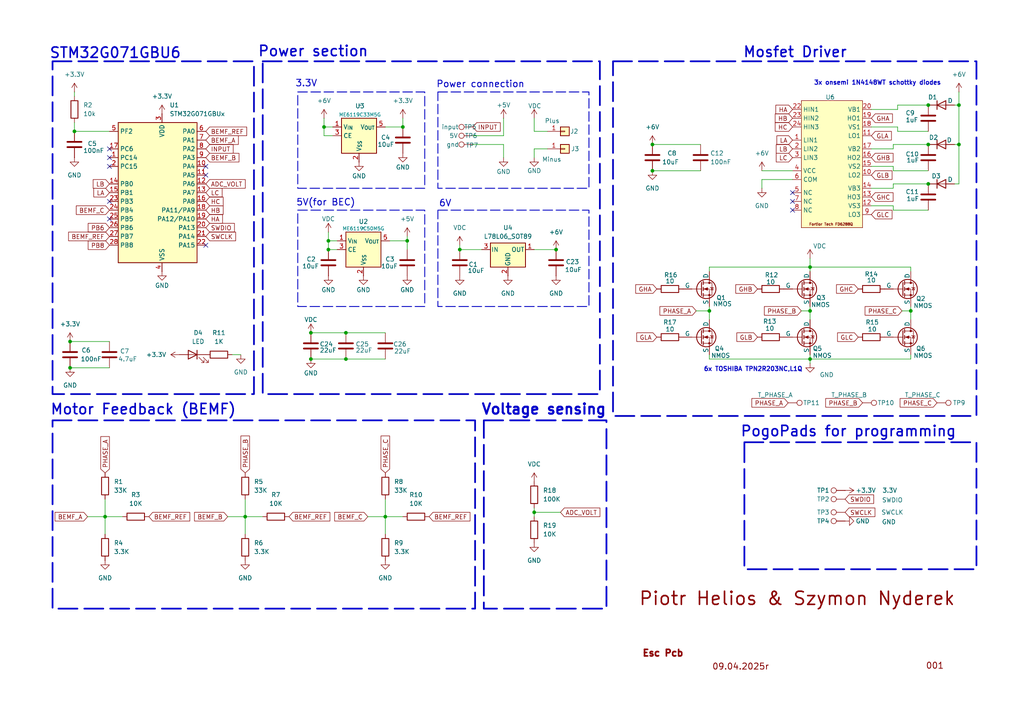
<source format=kicad_sch>
(kicad_sch (version 20231120) (generator "eeschema") (generator_version "8.0")
  (paper "A4")
  (junction (at 269.24 41.91))
  (junction (at 154.94 148.59))
  (junction (at 269.24 53.34))
  (junction (at 71.12 149.86))
  (junction (at 95.25 69.85))
  (junction (at 234.95 90.17))
  (junction (at 269.24 30.48))
  (junction (at 21.59 38.1))
  (junction (at 278.13 30.48))
  (junction (at 264.16 90.17))
  (junction (at 189.23 41.91))
  (junction (at 118.11 69.85))
  (junction (at 133.35 72.39))
  (junction (at 20.32 106.68))
  (junction (at 111.76 149.86))
  (junction (at 116.84 36.83))
  (junction (at 90.17 104.14))
  (junction (at 234.95 77.47))
  (junction (at 189.23 49.53))
  (junction (at 278.13 41.91))
  (junction (at 20.32 99.06))
  (junction (at 100.33 96.52))
  (junction (at 100.33 104.14))
  (junction (at 161.29 72.39))
  (junction (at 234.95 104.14))
  (junction (at 30.48 149.86))
  (junction (at 95.25 72.39))
  (junction (at 205.74 90.17))
  (junction (at 90.17 96.52))
  (junction (at 93.98 36.83))
  (no_connect (at 31.75 45.72))
  (no_connect (at 59.69 48.26))
  (no_connect (at 229.87 58.42))
  (no_connect (at 59.69 71.12))
  (no_connect (at 229.87 55.88))
  (no_connect (at 31.75 58.42))
  (no_connect (at 31.75 43.18))
  (no_connect (at 31.75 48.26))
  (no_connect (at 31.75 63.5))
  (no_connect (at 229.87 60.96))
  (no_connect (at 59.69 50.8))
  (wire (pts (xy 30.48 149.86) (xy 35.56 149.86)))
  (wire (pts (xy 106.68 149.86) (xy 111.76 149.86)))
  (wire (pts (xy 205.74 88.9) (xy 205.74 90.17)))
  (wire (pts (xy 259.08 41.91) (xy 259.08 43.18)))
  (wire (pts (xy 21.59 38.1) (xy 31.75 38.1)))
  (wire (pts (xy 234.95 88.9) (xy 234.95 90.17)))
  (wire (pts (xy 137.16 39.37) (xy 146.05 39.37)))
  (wire (pts (xy 276.86 53.34) (xy 278.13 53.34)))
  (wire (pts (xy 220.98 52.07) (xy 220.98 54.61)))
  (wire (pts (xy 232.41 90.17) (xy 234.95 90.17)))
  (wire (pts (xy 118.11 69.85) (xy 118.11 68.58)))
  (wire (pts (xy 260.35 30.48) (xy 260.35 31.75)))
  (wire (pts (xy 146.05 39.37) (xy 146.05 34.29)))
  (wire (pts (xy 205.74 104.14) (xy 234.95 104.14)))
  (wire (pts (xy 205.74 90.17) (xy 205.74 92.71)))
  (wire (pts (xy 276.86 30.48) (xy 278.13 30.48)))
  (wire (pts (xy 234.95 77.47) (xy 205.74 77.47)))
  (wire (pts (xy 154.94 38.1) (xy 158.75 38.1)))
  (wire (pts (xy 205.74 104.14) (xy 205.74 102.87)))
  (wire (pts (xy 201.93 90.17) (xy 205.74 90.17)))
  (wire (pts (xy 234.95 77.47) (xy 234.95 78.74)))
  (wire (pts (xy 116.84 36.83) (xy 116.84 34.29)))
  (wire (pts (xy 93.98 34.29) (xy 93.98 36.83)))
  (wire (pts (xy 90.17 104.14) (xy 100.33 104.14)))
  (wire (pts (xy 133.35 72.39) (xy 139.7 72.39)))
  (wire (pts (xy 260.35 36.83) (xy 260.35 38.1)))
  (wire (pts (xy 118.11 72.39) (xy 118.11 69.85)))
  (wire (pts (xy 146.05 41.91) (xy 146.05 45.72)))
  (wire (pts (xy 100.33 96.52) (xy 111.76 96.52)))
  (wire (pts (xy 154.94 148.59) (xy 154.94 149.86)))
  (wire (pts (xy 30.48 144.78) (xy 30.48 149.86)))
  (wire (pts (xy 154.94 45.72) (xy 154.94 43.18)))
  (wire (pts (xy 97.79 72.39) (xy 95.25 72.39)))
  (wire (pts (xy 25.4 149.86) (xy 30.48 149.86)))
  (wire (pts (xy 100.33 104.14) (xy 111.76 104.14)))
  (wire (pts (xy 21.59 35.56) (xy 21.59 38.1)))
  (wire (pts (xy 259.08 53.34) (xy 259.08 54.61)))
  (wire (pts (xy 154.94 72.39) (xy 161.29 72.39)))
  (wire (pts (xy 93.98 39.37) (xy 93.98 36.83)))
  (wire (pts (xy 252.73 36.83) (xy 260.35 36.83)))
  (wire (pts (xy 234.95 104.14) (xy 234.95 105.41)))
  (wire (pts (xy 278.13 53.34) (xy 278.13 41.91)))
  (wire (pts (xy 259.08 59.69) (xy 259.08 60.96)))
  (wire (pts (xy 264.16 77.47) (xy 264.16 78.74)))
  (wire (pts (xy 205.74 77.47) (xy 205.74 78.74)))
  (wire (pts (xy 96.52 39.37) (xy 93.98 39.37)))
  (wire (pts (xy 264.16 104.14) (xy 234.95 104.14)))
  (wire (pts (xy 260.35 30.48) (xy 269.24 30.48)))
  (wire (pts (xy 264.16 102.87) (xy 264.16 104.14)))
  (wire (pts (xy 276.86 41.91) (xy 278.13 41.91)))
  (wire (pts (xy 278.13 41.91) (xy 278.13 30.48)))
  (wire (pts (xy 154.94 148.59) (xy 162.56 148.59)))
  (wire (pts (xy 252.73 43.18) (xy 259.08 43.18)))
  (wire (pts (xy 229.87 49.53) (xy 220.98 49.53)))
  (wire (pts (xy 189.23 41.91) (xy 203.2 41.91)))
  (wire (pts (xy 20.32 99.06) (xy 31.75 99.06)))
  (wire (pts (xy 154.94 43.18) (xy 158.75 43.18)))
  (wire (pts (xy 20.32 106.68) (xy 31.75 106.68)))
  (wire (pts (xy 252.73 48.26) (xy 259.08 48.26)))
  (wire (pts (xy 278.13 30.48) (xy 278.13 26.67)))
  (wire (pts (xy 154.94 147.32) (xy 154.94 148.59)))
  (wire (pts (xy 97.79 69.85) (xy 95.25 69.85)))
  (wire (pts (xy 264.16 88.9) (xy 264.16 90.17)))
  (wire (pts (xy 113.03 69.85) (xy 118.11 69.85)))
  (wire (pts (xy 189.23 49.53) (xy 203.2 49.53)))
  (wire (pts (xy 260.35 38.1) (xy 269.24 38.1)))
  (wire (pts (xy 260.35 31.75) (xy 252.73 31.75)))
  (wire (pts (xy 259.08 49.53) (xy 269.24 49.53)))
  (wire (pts (xy 264.16 90.17) (xy 264.16 92.71)))
  (wire (pts (xy 30.48 149.86) (xy 30.48 154.94)))
  (wire (pts (xy 259.08 53.34) (xy 269.24 53.34)))
  (wire (pts (xy 71.12 149.86) (xy 71.12 154.94)))
  (wire (pts (xy 261.62 90.17) (xy 264.16 90.17)))
  (wire (pts (xy 111.76 149.86) (xy 116.84 149.86)))
  (wire (pts (xy 234.95 102.87) (xy 234.95 104.14)))
  (wire (pts (xy 71.12 149.86) (xy 76.2 149.86)))
  (wire (pts (xy 111.76 149.86) (xy 111.76 154.94)))
  (wire (pts (xy 259.08 41.91) (xy 269.24 41.91)))
  (wire (pts (xy 90.17 96.52) (xy 100.33 96.52)))
  (wire (pts (xy 229.87 52.07) (xy 220.98 52.07)))
  (wire (pts (xy 21.59 26.67) (xy 21.59 27.94)))
  (wire (pts (xy 252.73 59.69) (xy 259.08 59.69)))
  (wire (pts (xy 95.25 72.39) (xy 95.25 69.85)))
  (wire (pts (xy 234.95 90.17) (xy 234.95 92.71)))
  (wire (pts (xy 133.35 71.12) (xy 133.35 72.39)))
  (wire (pts (xy 111.76 36.83) (xy 116.84 36.83)))
  (wire (pts (xy 137.16 41.91) (xy 146.05 41.91)))
  (wire (pts (xy 259.08 60.96) (xy 269.24 60.96)))
  (wire (pts (xy 93.98 36.83) (xy 96.52 36.83)))
  (wire (pts (xy 66.04 149.86) (xy 71.12 149.86)))
  (wire (pts (xy 264.16 77.47) (xy 234.95 77.47)))
  (wire (pts (xy 71.12 144.78) (xy 71.12 149.86)))
  (wire (pts (xy 95.25 69.85) (xy 95.25 67.31)))
  (wire (pts (xy 111.76 144.78) (xy 111.76 149.86)))
  (wire (pts (xy 154.94 34.29) (xy 154.94 38.1)))
  (wire (pts (xy 252.73 54.61) (xy 259.08 54.61)))
  (wire (pts (xy 234.95 74.93) (xy 234.95 77.47)))
  (wire (pts (xy 67.31 102.87) (xy 69.85 102.87)))
  (wire (pts (xy 259.08 48.26) (xy 259.08 49.53)))
  (rectangle (start 86.36 60.96) (end 123.19 88.9) (stroke (width 0.254) (type dash)))
  (rectangle (start 177.8 17.78) (end 283.21 120.65) (stroke (width 0.5) (type dash)))
  (rectangle (start 215.9 128.27) (end 283.21 165.1) (stroke (width 0.5) (type dash)))
  (rectangle (start 127 26.67) (end 170.815 54.61) (stroke (width 0.254) (type dash)))
  (rectangle (start 127 60.96) (end 170.815 88.9) (stroke (width 0.254) (type dash)))
  (rectangle (start 86.36 26.67) (end 123.19 54.61) (stroke (width 0.254) (type dash)))
  (rectangle (start 140.335 121.92) (end 175.895 176.53) (stroke (width 0.508) (type dash)))
  (rectangle (start 15.24 121.92) (end 137.795 176.53) (stroke (width 0.5) (type dash)))
  (rectangle (start 15.24 17.78) (end 73.66 114.3) (stroke (width 0.5) (type dash)))
  (rectangle (start 76.2 17.78) (end 173.99 114.3) (stroke (width 0.5) (type dash)))
  (text "Power section" (at 74.676 16.764 0) (effects (font (size 3 3) (thickness 0.454) (bold yes)) (justify left bottom)))
  (text "001" (at 268.478 194.31 0) (effects (font (size 1.778 1.778) (thickness 0.2223)) (justify left bottom)))
  (text "6V" (at 127.254 60.198 0) (effects (font (size 1.905 1.905) (thickness 0.254) (bold yes)) (justify left bottom)))
  (text "3x onsemi 1N4148WT schottky diodes\n" (at 254.508 24.13 0) (effects (font (size 1.27 1.27) (thickness 0.254) (bold yes))))
  (text "3.3V" (at 85.598 25.4 0) (effects (font (size 1.905 1.905) (thickness 0.254) (bold yes)) (justify left bottom)))
  (text "Esc Pcb" (at 186.182 190.754 0) (effects (font (size 1.905 1.905) (thickness 0.454) (bold yes)) (justify left bottom)))
  (text "5V(for BEC)" (at 85.852 59.944 0) (effects (font (size 1.905 1.905) (thickness 0.254) (bold yes)) (justify left bottom)))
  (text "Piotr Helios & Szymon Nyderek" (at 185.166 176.022 0) (effects (font (size 3.81 3.81) (thickness 0.454) (bold yes)) (justify left bottom)))
  (text "Voltage sensing\n" (at 157.734 118.872 0) (effects (font (size 2.9972 2.9972) (thickness 0.5994) (bold yes))))
  (text "Motor Feedback (BEMF)" (at 14.478 120.65 0) (effects (font (size 3 3) (thickness 0.454) (bold yes)) (justify left bottom)))
  (text "Mosfet Driver" (at 215.392 17.018 0) (effects (font (size 3 3) (thickness 0.454) (bold yes)) (justify left bottom)))
  (text "Power connection\n" (at 126.492 25.654 0) (effects (font (size 1.905 1.905) (thickness 0.254) (bold yes)) (justify left bottom)))
  (text "STM32G071GBU6\n" (at 14.224 17.272 0) (effects (font (size 3 3) (thickness 0.454) (bold yes)) (justify left bottom)))
  (text "PogoPads for programming" (at 214.63 127 0) (effects (font (size 3 3) (thickness 0.454) (bold yes)) (justify left bottom)))
  (text "6x TOSHIBA TPN2R203NC,L1Q" (at 218.44 107.188 0) (effects (font (size 1.27 1.27) (thickness 0.254) (bold yes))))
  (text "09.04.2025r" (at 206.502 194.564 0) (effects (font (size 1.778 1.778) (thickness 0.2223)) (justify left bottom)))
  (global_label "PHASE_C" (shape input) (at 261.62 90.17 180) (property "Intersheetrefs" "${INTERSHEET_REFS}" (effects (hide yes))))
  (global_label "SWDIO" (shape input) (at 59.69 66.04 0) (property "Intersheetrefs" "${INTERSHEET_REFS}" (effects (hide yes))))
  (global_label "GHB" (shape input) (at 219.71 83.82 180) (property "Intersheetrefs" "${INTERSHEET_REFS}" (effects (hide yes))))
  (global_label "LB" (shape input) (at 31.75 53.34 180) (property "Intersheetrefs" "${INTERSHEET_REFS}" (effects (hide yes))))
  (global_label "HA" (shape input) (at 229.87 31.75 180) (property "Intersheetrefs" "${INTERSHEET_REFS}" (effects (hide yes))))
  (global_label "GLB" (shape input) (at 252.73 50.8 0) (property "Intersheetrefs" "${INTERSHEET_REFS}" (effects (hide yes))))
  (global_label "BEMF_A" (shape input) (at 25.4 149.86 180) (property "Intersheetrefs" "${INTERSHEET_REFS}" (effects (hide yes))))
  (global_label "ADC_VOLT" (shape input) (at 59.69 53.34 0) (property "Intersheetrefs" "${INTERSHEET_REFS}" (effects (hide yes))))
  (global_label "SWCLK" (shape input) (at 245.11 148.59 0) (property "Intersheetrefs" "${INTERSHEET_REFS}" (effects (hide yes))))
  (global_label "GLC" (shape input) (at 248.92 97.79 180) (property "Intersheetrefs" "${INTERSHEET_REFS}" (effects (hide yes))))
  (global_label "SWCLK" (shape input) (at 59.69 68.58 0) (property "Intersheetrefs" "${INTERSHEET_REFS}" (effects (hide yes))))
  (global_label "INPUT" (shape input) (at 59.69 43.18 0) (property "Intersheetrefs" "${INTERSHEET_REFS}" (effects (hide yes))))
  (global_label "LA" (shape input) (at 31.75 55.88 180) (property "Intersheetrefs" "${INTERSHEET_REFS}" (effects (hide yes))))
  (global_label "GLA" (shape input) (at 252.73 39.37 0) (property "Intersheetrefs" "${INTERSHEET_REFS}" (effects (hide yes))))
  (global_label "PHASE_A" (shape input) (at 228.6 116.84 180) (property "Intersheetrefs" "${INTERSHEET_REFS}" (effects (hide yes))))
  (global_label "PHASE_C" (shape input) (at 111.76 137.16 90) (property "Intersheetrefs" "${INTERSHEET_REFS}" (effects (hide yes))))
  (global_label "LB" (shape input) (at 229.87 43.18 180) (property "Intersheetrefs" "${INTERSHEET_REFS}" (effects (hide yes))))
  (global_label "PHASE_C" (shape input) (at 271.78 116.84 180) (property "Intersheetrefs" "${INTERSHEET_REFS}" (effects (hide yes))))
  (global_label "PHASE_B" (shape input) (at 232.41 90.17 180) (property "Intersheetrefs" "${INTERSHEET_REFS}" (effects (hide yes))))
  (global_label "GHA" (shape input) (at 190.5 83.82 180) (property "Intersheetrefs" "${INTERSHEET_REFS}" (effects (hide yes))))
  (global_label "BEMF_B" (shape input) (at 66.04 149.86 180) (property "Intersheetrefs" "${INTERSHEET_REFS}" (effects (hide yes))))
  (global_label "BEMF_REF" (shape input) (at 124.46 149.86 0) (property "Intersheetrefs" "${INTERSHEET_REFS}" (effects (hide yes))))
  (global_label "PHASE_B" (shape input) (at 71.12 137.16 90) (property "Intersheetrefs" "${INTERSHEET_REFS}" (effects (hide yes))))
  (global_label "PHASE_A" (shape input) (at 30.48 137.16 90) (property "Intersheetrefs" "${INTERSHEET_REFS}" (effects (hide yes))))
  (global_label "BEMF_C" (shape input) (at 106.68 149.86 180) (property "Intersheetrefs" "${INTERSHEET_REFS}" (effects (hide yes))))
  (global_label "GLA" (shape input) (at 190.5 97.79 180) (property "Intersheetrefs" "${INTERSHEET_REFS}" (effects (hide yes))))
  (global_label "PHASE_A" (shape input) (at 201.93 90.17 180) (property "Intersheetrefs" "${INTERSHEET_REFS}" (effects (hide yes))))
  (global_label "GHC" (shape input) (at 252.73 57.15 0) (property "Intersheetrefs" "${INTERSHEET_REFS}" (effects (hide yes))))
  (global_label "BEMF_REF" (shape input) (at 43.18 149.86 0) (property "Intersheetrefs" "${INTERSHEET_REFS}" (effects (hide yes))))
  (global_label "BEMF_REF" (shape input) (at 83.82 149.86 0) (property "Intersheetrefs" "${INTERSHEET_REFS}" (effects (hide yes))))
  (global_label "INPUT" (shape input) (at 137.16 36.83 0) (property "Intersheetrefs" "${INTERSHEET_REFS}" (effects (hide yes))))
  (global_label "BEMF_C" (shape input) (at 31.75 60.96 180) (property "Intersheetrefs" "${INTERSHEET_REFS}" (effects (hide yes))))
  (global_label "ADC_VOLT" (shape input) (at 162.56 148.59 0) (property "Intersheetrefs" "${INTERSHEET_REFS}" (effects (hide yes))))
  (global_label "HB" (shape input) (at 229.87 34.29 180) (property "Intersheetrefs" "${INTERSHEET_REFS}" (effects (hide yes))))
  (global_label "BEMF_REF" (shape input) (at 31.75 68.58 180) (property "Intersheetrefs" "${INTERSHEET_REFS}" (effects (hide yes))))
  (global_label "SWDIO" (shape input) (at 245.11 144.78 0) (property "Intersheetrefs" "${INTERSHEET_REFS}" (effects (hide yes))))
  (global_label "BEMF_B" (shape input) (at 59.69 45.72 0) (property "Intersheetrefs" "${INTERSHEET_REFS}" (effects (hide yes))))
  (global_label "LA" (shape input) (at 229.87 40.64 180) (property "Intersheetrefs" "${INTERSHEET_REFS}" (effects (hide yes))))
  (global_label "GHB" (shape input) (at 252.73 45.72 0) (property "Intersheetrefs" "${INTERSHEET_REFS}" (effects (hide yes))))
  (global_label "GHA" (shape input) (at 252.73 34.29 0) (property "Intersheetrefs" "${INTERSHEET_REFS}" (effects (hide yes))))
  (global_label "HA" (shape input) (at 59.69 63.5 0) (property "Intersheetrefs" "${INTERSHEET_REFS}" (effects (hide yes))))
  (global_label "HC" (shape input) (at 229.87 36.83 180) (property "Intersheetrefs" "${INTERSHEET_REFS}" (effects (hide yes))))
  (global_label "PB8" (shape input) (at 31.75 71.12 180) (property "Intersheetrefs" "${INTERSHEET_REFS}" (effects (hide yes))))
  (global_label "BEMF_A" (shape input) (at 59.69 40.64 0) (property "Intersheetrefs" "${INTERSHEET_REFS}" (effects (hide yes))))
  (global_label "LC" (shape input) (at 59.69 55.88 0) (property "Intersheetrefs" "${INTERSHEET_REFS}" (effects (hide yes))))
  (global_label "PHASE_B" (shape input) (at 250.19 116.84 180) (property "Intersheetrefs" "${INTERSHEET_REFS}" (effects (hide yes))))
  (global_label "BEMF_REF" (shape input) (at 59.69 38.1 0) (property "Intersheetrefs" "${INTERSHEET_REFS}" (effects (hide yes))))
  (global_label "HB" (shape input) (at 59.69 60.96 0) (property "Intersheetrefs" "${INTERSHEET_REFS}" (effects (hide yes))))
  (global_label "GHC" (shape input) (at 248.92 83.82 180) (property "Intersheetrefs" "${INTERSHEET_REFS}" (effects (hide yes))))
  (global_label "LC" (shape input) (at 229.87 45.72 180) (property "Intersheetrefs" "${INTERSHEET_REFS}" (effects (hide yes))))
  (global_label "GLB" (shape input) (at 219.71 97.79 180) (property "Intersheetrefs" "${INTERSHEET_REFS}" (effects (hide yes))))
  (global_label "HC" (shape input) (at 59.69 58.42 0) (property "Intersheetrefs" "${INTERSHEET_REFS}" (effects (hide yes))))
  (global_label "PB6" (shape input) (at 31.75 66.04 180) (property "Intersheetrefs" "${INTERSHEET_REFS}" (effects (hide yes))))
  (global_label "GLC" (shape input) (at 252.73 62.23 0) (property "Intersheetrefs" "${INTERSHEET_REFS}" (effects (hide yes))))
  (symbol (lib_id "Connector:TestPoint") (at 137.16 36.83 90) (unit 1)
    (property "Reference" "TP5" (at 136.398 36.83 90))
    (property "Value" "input" (at 130.556 36.83 90))
    (property "Footprint" "Connector_Wire:SolderWirePad_1x01_SMD_1x2mm" (effects (hide yes)))
    (property "Description" "test point" (effects (hide yes)))
  )
  (symbol (lib_id "Device:R") (at 80.01 149.86 90) (unit 1)
    (property "Reference" "R7" (at 80.01 143.51 90))
    (property "Value" "10K" (at 80.01 146.05 90))
    (property "Footprint" "Resistor_SMD:R_0603_1608Metric" (effects (hide yes)))
    (property "Description" "Resistor" (effects (hide yes)))
  )
  (symbol (lib_name "ME6119C50M5G_1") (lib_id "ESC library:ME6119C50M5G") (at 105.41 68.58 0) (unit 1)
    (property "Reference" "U2" (at 105.41 64.262 0))
    (property "Value" "~" (at 105.41 66.04 0))
    (property "Footprint" "Package_TO_SOT_SMD:SOT-23-5" (effects (hide yes)))
  )
  (symbol (lib_id "Device:C") (at 161.29 76.2 0) (unit 1)
    (property "Reference" "C23" (at 164.084 75.946 0) (effects (justify left)))
    (property "Value" "10uF" (at 163.83 78.232 0) (effects (justify left)))
    (property "Footprint" "Capacitor_SMD:C_0603_1608Metric" (effects (hide yes)))
    (property "Description" "Unpolarized capacitor" (effects (hide yes)))
  )
  (symbol (lib_id "Device:R") (at 154.94 153.67 0) (unit 1)
    (property "Reference" "R19" (at 157.48 152.3999 0) (effects (justify left)))
    (property "Value" "10K" (at 157.48 154.9399 0) (effects (justify left)))
    (property "Footprint" "Resistor_SMD:R_0603_1608Metric" (effects (hide yes)))
    (property "Description" "Resistor" (effects (hide yes)))
  )
  (symbol (lib_id "Simulation_SPICE:NMOS") (at 261.62 83.82 0) (unit 1)
    (property "Reference" "Q2" (at 265.684 86.614 0) (effects (justify left)))
    (property "Value" "NMOS" (at 264.922 88.646 0) (effects (justify left)))
    (property "Footprint" "Fortior Tech FD6288Q driver library:TSON-8(3.1x3.1)" (effects (hide yes)))
    (property "Datasheet" "https://ngspice.sourceforge.io/docs/ngspice-html-manual/manual.xhtml#cha_MOSFETs" (effects (hide yes)))
    (property "Description" "N-MOSFET transistor, drain/source/gate" (effects (hide yes)))
    (property "Sim.Device" "NMOS" (effects (hide yes)))
    (property "Sim.Type" "VDMOS" (effects (hide yes)))
    (property "Sim.Pins" "1=D 2=G 3=S" (effects (hide yes)))
  )
  (symbol (lib_id "Device:C") (at 269.24 34.29 0) (unit 1)
    (property "Reference" "C9" (at 262.636 32.766 0) (effects (justify left)))
    (property "Value" "1uF" (at 262.636 34.798 0) (effects (justify left)))
    (property "Footprint" "Capacitor_SMD:C_0603_1608Metric" (effects (hide yes)))
    (property "Description" "Unpolarized capacitor" (effects (hide yes)))
  )
  (symbol (lib_id "power:+6V") (at 220.98 49.53 0) (unit 1)
    (property "Reference" "#PWR014" (effects (hide yes)))
    (property "Value" "+6V" (at 220.98 44.45 0))
    (property "Description" "Power symbol creates a global label with name \"+6V\"" (effects (hide yes)))
  )
  (symbol (lib_id "Device:C") (at 111.76 100.33 0) (unit 1)
    (property "Reference" "C26" (at 114.046 99.822 0) (effects (justify left)))
    (property "Value" "22uF" (at 114.3 101.854 0) (effects (justify left)))
    (property "Footprint" "Capacitor_SMD:C_0805_2012Metric" (effects (hide yes)))
    (property "Description" "Unpolarized capacitor" (effects (hide yes)))
  )
  (symbol (lib_id "power:VDC") (at 154.94 34.29 0) (unit 1)
    (property "Reference" "#PWR011" (effects (hide yes)))
    (property "Value" "VDC" (at 153.162 30.734 0) (effects (justify left)))
  )
  (symbol (lib_id "Device:R") (at 194.31 83.82 90) (unit 1)
    (property "Reference" "R16" (at 194.564 79.756 90))
    (property "Value" "10" (at 194.31 81.534 90))
    (property "Footprint" "Resistor_SMD:R_0603_1608Metric" (effects (hide yes)))
    (property "Description" "Resistor" (effects (hide yes)))
  )
  (symbol (lib_id "power:+6V") (at 189.23 41.91 0) (unit 1)
    (property "Reference" "#PWR039" (effects (hide yes)))
    (property "Value" "+6V" (at 189.23 36.83 0))
    (property "Description" "Power symbol creates a global label with name \"+6V\"" (effects (hide yes)))
  )
  (symbol (lib_id "Device:R") (at 120.65 149.86 90) (unit 1)
    (property "Reference" "R10" (at 120.65 143.51 90))
    (property "Value" "10K" (at 120.65 146.05 90))
    (property "Footprint" "Resistor_SMD:R_0603_1608Metric" (effects (hide yes)))
    (property "Description" "Resistor" (effects (hide yes)))
  )
  (symbol (lib_id "Device:C") (at 95.25 76.2 0) (unit 1)
    (property "Reference" "C2" (at 88.9 75.184 0) (effects (justify left)))
    (property "Value" "10uF" (at 87.63 77.216 0) (effects (justify left)))
    (property "Footprint" "Capacitor_SMD:C_0603_1608Metric" (effects (hide yes)))
    (property "Description" "Unpolarized capacitor" (effects (hide yes)))
  )
  (symbol (lib_id "Connector:TestPoint") (at 271.78 116.84 270) (unit 1)
    (property "Reference" "TP9" (at 276.352 116.84 90) (effects (justify left)))
    (property "Value" "T_PHASE_C" (at 262.382 114.554 90) (effects (justify left)))
    (property "Footprint" "Fortior Tech FD6288Q driver library:PhasePad" (effects (hide yes)))
    (property "Description" "test point" (effects (hide yes)))
  )
  (symbol (lib_id "Device:C") (at 100.33 100.33 0) (unit 1)
    (property "Reference" "C25" (at 103.124 99.822 0) (effects (justify left)))
    (property "Value" "22uF" (at 103.124 101.6 0) (effects (justify left)))
    (property "Footprint" "Capacitor_SMD:C_0805_2012Metric" (effects (hide yes)))
    (property "Description" "Unpolarized capacitor" (effects (hide yes)))
  )
  (symbol (lib_id "Device:C") (at 116.84 40.64 0) (unit 1)
    (property "Reference" "C4" (at 110.49 39.878 0) (effects (justify left)))
    (property "Value" "10uF" (at 109.474 41.91 0) (effects (justify left)))
    (property "Footprint" "Capacitor_SMD:C_0603_1608Metric" (effects (hide yes)))
    (property "Description" "Unpolarized capacitor" (effects (hide yes)))
  )
  (symbol (lib_id "power:+6V") (at 93.98 34.29 0) (unit 1)
    (property "Reference" "#PWR04" (effects (hide yes)))
    (property "Value" "+6V" (at 93.98 29.21 0))
    (property "Description" "Power symbol creates a global label with name \"+6V\"" (effects (hide yes)))
  )
  (symbol (lib_id "Device:R") (at 223.52 97.79 90) (unit 1)
    (property "Reference" "R13" (at 223.266 93.218 90))
    (property "Value" "10" (at 223.266 95.25 90))
    (property "Footprint" "Resistor_SMD:R_0603_1608Metric" (effects (hide yes)))
    (property "Description" "Resistor" (effects (hide yes)))
  )
  (symbol (lib_id "Device:C") (at 118.11 76.2 0) (unit 1)
    (property "Reference" "C3" (at 111.76 75.184 0) (effects (justify left)))
    (property "Value" "10uF" (at 110.49 77.216 0) (effects (justify left)))
    (property "Footprint" "Capacitor_SMD:C_0603_1608Metric" (effects (hide yes)))
    (property "Description" "Unpolarized capacitor" (effects (hide yes)))
  )
  (symbol (lib_id "Device:LED") (at 55.88 102.87 0) (mirror y) (unit 1)
    (property "Reference" "D4" (at 57.4675 96.52 0))
    (property "Value" "LED" (at 57.4675 99.06 0))
    (property "Footprint" "LED_SMD:LED_0603_1608Metric" (effects (hide yes)))
    (property "Description" "Light emitting diode" (effects (hide yes)))
  )
  (symbol (lib_id "Connector:TestPoint") (at 137.16 41.91 90) (unit 1)
    (property "Reference" "TP7" (at 136.906 42.164 90))
    (property "Value" "gnd" (at 131.318 41.91 90))
    (property "Footprint" "Connector_Wire:SolderWirePad_1x01_SMD_1x2mm" (effects (hide yes)))
    (property "Description" "test point" (effects (hide yes)))
  )
  (symbol (lib_id "Simulation_SPICE:NMOS") (at 203.2 83.82 0) (unit 1)
    (property "Reference" "Q1" (at 207.772 86.36 0) (effects (justify left)))
    (property "Value" "NMOS" (at 206.756 88.138 0) (effects (justify left)))
    (property "Footprint" "Fortior Tech FD6288Q driver library:TSON-8(3.1x3.1)" (effects (hide yes)))
    (property "Datasheet" "https://ngspice.sourceforge.io/docs/ngspice-html-manual/manual.xhtml#cha_MOSFETs" (effects (hide yes)))
    (property "Description" "N-MOSFET transistor, drain/source/gate" (effects (hide yes)))
    (property "Sim.Device" "NMOS" (effects (hide yes)))
    (property "Sim.Type" "VDMOS" (effects (hide yes)))
    (property "Sim.Pins" "1=D 2=G 3=S" (effects (hide yes)))
  )
  (symbol (lib_id "Simulation_SPICE:NMOS") (at 232.41 97.79 0) (unit 1)
    (property "Reference" "Q5" (at 235.712 101.092 0) (effects (justify left)))
    (property "Value" "NMOS" (at 235.712 103.124 0) (effects (justify left)))
    (property "Footprint" "Fortior Tech FD6288Q driver library:TSON-8(3.1x3.1)" (effects (hide yes)))
    (property "Datasheet" "https://ngspice.sourceforge.io/docs/ngspice-html-manual/manual.xhtml#cha_MOSFETs" (effects (hide yes)))
    (property "Description" "N-MOSFET transistor, drain/source/gate" (effects (hide yes)))
    (property "Sim.Device" "NMOS" (effects (hide yes)))
    (property "Sim.Type" "VDMOS" (effects (hide yes)))
    (property "Sim.Pins" "1=D 2=G 3=S" (effects (hide yes)))
  )
  (symbol (lib_name "GND_2") (lib_id "power:GND") (at 21.59 45.72 0) (unit 1)
    (property "Reference" "#PWR03" (effects (hide yes)))
    (property "Value" "GND" (at 21.59 50.8 0))
    (property "Description" "Power symbol creates a global label with name \"GND\" , ground" (effects (hide yes)))
  )
  (symbol (lib_name "GND_1") (lib_id "power:GND") (at 30.48 162.56 0) (unit 1)
    (property "Reference" "#PWR017" (effects (hide yes)))
    (property "Value" "GND" (at 30.48 167.64 0))
    (property "Description" "Power symbol creates a global label with name \"GND\" , ground" (effects (hide yes)))
  )
  (symbol (lib_name "GND_7") (lib_id "power:GND") (at 104.14 46.99 0) (unit 1)
    (property "Reference" "#PWR02" (effects (hide yes)))
    (property "Value" "GND" (at 104.14 51.054 0))
    (property "Description" "Power symbol creates a global label with name \"GND\" , ground" (effects (hide yes)))
  )
  (symbol (lib_id "power:GND") (at 146.05 45.72 0) (unit 1)
    (property "Reference" "#PWR035" (effects (hide yes)))
    (property "Value" "GND" (at 146.05 49.784 0))
  )
  (symbol (lib_id "Device:R") (at 111.76 140.97 0) (unit 1)
    (property "Reference" "R8" (at 114.3 139.6999 0) (effects (justify left)))
    (property "Value" "33K" (at 114.3 142.2399 0) (effects (justify left)))
    (property "Footprint" "Resistor_SMD:R_0603_1608Metric" (effects (hide yes)))
    (property "Description" "Resistor" (effects (hide yes)))
  )
  (symbol (lib_id "power:GND") (at 245.11 151.13 90) (unit 1)
    (property "Reference" "#PWR033" (effects (hide yes)))
    (property "Value" "GND" (at 248.158 151.13 90) (effects (justify right)))
    (property "Description" "Power symbol creates a global label with name \"GND\" , ground" (effects (hide yes)))
  )
  (symbol (lib_id "Simulation_SPICE:NMOS") (at 232.41 83.82 0) (unit 1)
    (property "Reference" "Q3" (at 236.728 86.36 0) (effects (justify left)))
    (property "Value" "NMOS" (at 235.204 88.392 0) (effects (justify left)))
    (property "Footprint" "Fortior Tech FD6288Q driver library:TSON-8(3.1x3.1)" (effects (hide yes)))
    (property "Datasheet" "https://ngspice.sourceforge.io/docs/ngspice-html-manual/manual.xhtml#cha_MOSFETs" (effects (hide yes)))
    (property "Description" "N-MOSFET transistor, drain/source/gate" (effects (hide yes)))
    (property "Sim.Device" "NMOS" (effects (hide yes)))
    (property "Sim.Type" "VDMOS" (effects (hide yes)))
    (property "Sim.Pins" "1=D 2=G 3=S" (effects (hide yes)))
  )
  (symbol (lib_name "GND_9") (lib_id "power:GND") (at 154.94 157.48 0) (unit 1)
    (property "Reference" "#PWR030" (effects (hide yes)))
    (property "Value" "GND" (at 154.94 162.56 0))
    (property "Description" "Power symbol creates a global label with name \"GND\" , ground" (effects (hide yes)))
  )
  (symbol (lib_id "Connector:TestPoint") (at 245.11 142.24 90) (unit 1)
    (property "Reference" "TP1" (at 238.76 142.24 90))
    (property "Value" "3.3V" (at 258.064 142.24 90))
    (property "Footprint" "TestPoint:TestPoint_Pad_D1.0mm" (effects (hide yes)))
    (property "Description" "test point" (effects (hide yes)))
  )
  (symbol (lib_id "power:+3.3V") (at 116.84 34.29 0) (unit 1)
    (property "Reference" "#PWR07" (effects (hide yes)))
    (property "Value" "+3.3V" (at 116.84 29.21 0))
    (property "Description" "Power symbol creates a global label with name \"+3.3V\"" (effects (hide yes)))
  )
  (symbol (lib_id "ESC library:ME6119C33M5G") (at 104.14 39.37 0) (unit 1)
    (property "Reference" "U3" (at 104.394 30.734 0))
    (property "Value" "~" (at 104.394 30.48 0))
    (property "Footprint" "Package_TO_SOT_SMD:SOT-23-5" (effects (hide yes)))
  )
  (symbol (lib_id "Device:C") (at 133.35 76.2 0) (unit 1)
    (property "Reference" "C1" (at 135.89 76.708 0) (effects (justify left)))
    (property "Value" "10uF" (at 135.636 78.486 0) (effects (justify left)))
    (property "Footprint" "Capacitor_SMD:C_0603_1608Metric" (effects (hide yes)))
    (property "Description" "Unpolarized capacitor" (effects (hide yes)))
  )
  (symbol (lib_name "GND_1") (lib_id "power:GND") (at 71.12 162.56 0) (unit 1)
    (property "Reference" "#PWR021" (effects (hide yes)))
    (property "Value" "GND" (at 71.12 167.64 0))
    (property "Description" "Power symbol creates a global label with name \"GND\" , ground" (effects (hide yes)))
  )
  (symbol (lib_id "power:+3.3V") (at 52.07 102.87 90) (unit 1)
    (property "Reference" "#PWR032" (effects (hide yes)))
    (property "Value" "+3.3V" (at 48.26 102.8699 90) (effects (justify left)))
    (property "Description" "Power symbol creates a global label with name \"+3.3V\"" (effects (hide yes)))
  )
  (symbol (lib_id "Device:R") (at 39.37 149.86 90) (unit 1)
    (property "Reference" "R3" (at 39.37 143.51 90))
    (property "Value" "10K" (at 39.37 146.05 90))
    (property "Footprint" "Resistor_SMD:R_0603_1608Metric" (effects (hide yes)))
    (property "Description" "Resistor" (effects (hide yes)))
  )
  (symbol (lib_id "Connector:TestPoint") (at 245.11 148.59 90) (unit 1)
    (property "Reference" "TP3" (at 238.76 148.59 90))
    (property "Value" "SWCLK" (at 258.826 148.59 90))
    (property "Footprint" "TestPoint:TestPoint_Pad_D1.0mm" (effects (hide yes)))
    (property "Description" "test point" (effects (hide yes)))
  )
  (symbol (lib_id "Device:R") (at 194.31 97.79 90) (unit 1)
    (property "Reference" "R17" (at 194.31 93.472 90))
    (property "Value" "10" (at 194.31 95.504 90))
    (property "Footprint" "Resistor_SMD:R_0603_1608Metric" (effects (hide yes)))
    (property "Description" "Resistor" (effects (hide yes)))
  )
  (symbol (lib_id "Device:C") (at 203.2 45.72 0) (unit 1)
    (property "Reference" "C12" (at 205.994 44.45 0) (effects (justify left)))
    (property "Value" "100nF" (at 205.994 46.99 0) (effects (justify left)))
    (property "Footprint" "Capacitor_SMD:C_0603_1608Metric" (effects (hide yes)))
    (property "Description" "Unpolarized capacitor" (effects (hide yes)))
  )
  (symbol (lib_id "Connector:TestPoint") (at 137.16 39.37 90) (unit 1)
    (property "Reference" "TP6" (at 136.652 39.37 90))
    (property "Value" "5V" (at 131.572 39.37 90))
    (property "Footprint" "Connector_Wire:SolderWirePad_1x01_SMD_1x2mm" (effects (hide yes)))
    (property "Description" "test point" (effects (hide yes)))
  )
  (symbol (lib_id "ESC library:FD6288Q") (at 255.27 48.26 0) (unit 1)
    (property "Reference" "U6" (at 240.792 28.194 0))
    (property "Value" "~" (at 241.3 27.94 0))
    (property "Footprint" "Fortior Tech FD6288Q driver library:QFN50P400X400X90-25N" (effects (hide yes)))
  )
  (symbol (lib_name "GND_5") (lib_id "power:GND") (at 234.95 105.41 0) (unit 1)
    (property "Reference" "#PWR022" (effects (hide yes)))
    (property "Value" "GND" (at 239.776 108.712 0))
    (property "Description" "Power symbol creates a global label with name \"GND\" , ground" (effects (hide yes)))
  )
  (symbol (lib_id "Simulation_SPICE:NMOS") (at 261.62 97.79 0) (unit 1)
    (property "Reference" "Q6" (at 265.684 101.092 0) (effects (justify left)))
    (property "Value" "NMOS" (at 264.922 103.124 0) (effects (justify left)))
    (property "Footprint" "Fortior Tech FD6288Q driver library:TSON-8(3.1x3.1)" (effects (hide yes)))
    (property "Datasheet" "https://ngspice.sourceforge.io/docs/ngspice-html-manual/manual.xhtml#cha_MOSFETs" (effects (hide yes)))
    (property "Description" "N-MOSFET transistor, drain/source/gate" (effects (hide yes)))
    (property "Sim.Device" "NMOS" (effects (hide yes)))
    (property "Sim.Type" "VDMOS" (effects (hide yes)))
    (property "Sim.Pins" "1=D 2=G 3=S" (effects (hide yes)))
  )
  (symbol (lib_name "GND_7") (lib_id "power:GND") (at 118.11 80.01 0) (unit 1)
    (property "Reference" "#PWR034" (effects (hide yes)))
    (property "Value" "GND" (at 118.11 84.074 0))
    (property "Description" "Power symbol creates a global label with name \"GND\" , ground" (effects (hide yes)))
  )
  (symbol (lib_id "Device:R") (at 30.48 140.97 0) (unit 1)
    (property "Reference" "R1" (at 33.02 139.6999 0) (effects (justify left)))
    (property "Value" "33K" (at 33.02 142.2399 0) (effects (justify left)))
    (property "Footprint" "Resistor_SMD:R_0603_1608Metric" (effects (hide yes)))
    (property "Description" "Resistor" (effects (hide yes)))
  )
  (symbol (lib_id "Device:C") (at 31.75 102.87 0) (unit 1)
    (property "Reference" "C7" (at 34.798 101.854 0) (effects (justify left)))
    (property "Value" "4.7uF" (at 34.29 104.14 0) (effects (justify left)))
    (property "Footprint" "Capacitor_SMD:C_0603_1608Metric" (effects (hide yes)))
    (property "Description" "Unpolarized capacitor" (effects (hide yes)))
  )
  (symbol (lib_id "Device:D") (at 273.05 53.34 0) (unit 1)
    (property "Reference" "D3" (at 271.526 51.054 0))
    (property "Value" "D" (at 275.59 52.07 0))
    (property "Footprint" "Diode_SMD:D_SOD-523" (effects (hide yes)))
    (property "Description" "Diode" (effects (hide yes)))
    (property "Sim.Device" "D" (effects (hide yes)))
    (property "Sim.Pins" "1=K 2=A" (effects (hide yes)))
  )
  (symbol (lib_name "+3V3_1") (lib_id "power:+3V3") (at 21.59 26.67 0) (unit 1)
    (property "Reference" "#PWR06" (effects (hide yes)))
    (property "Value" "+3.3V" (at 21.59 21.59 0))
    (property "Description" "Power symbol creates a global label with name \"+3V3\"" (effects (hide yes)))
  )
  (symbol (lib_id "Device:R") (at 63.5 102.87 90) (unit 1)
    (property "Reference" "R11" (at 63.5 96.52 90))
    (property "Value" "1K" (at 63.5 99.06 90))
    (property "Footprint" "Resistor_SMD:R_0603_1608Metric" (effects (hide yes)))
    (property "Description" "Resistor" (effects (hide yes)))
  )
  (symbol (lib_id "Connector_Generic:Conn_01x01") (at 163.83 38.1 0) (unit 1)
    (property "Reference" "J2" (at 165.354 38.1 0) (effects (justify left)))
    (property "Value" "Plus" (at 157.988 35.052 0) (effects (justify left)))
    (property "Footprint" "Fortior Tech FD6288Q driver library:PowerPad" (effects (hide yes)))
    (property "Description" "Generic connector, single row, 01x01, script generated (kicad-library-utils/schlib/autogen/connector/)" (effects (hide yes)))
  )
  (symbol (lib_name "GND_6") (lib_id "power:GND") (at 189.23 49.53 0) (unit 1)
    (property "Reference" "#PWR027" (effects (hide yes)))
    (property "Value" "GND" (at 189.23 54.61 0))
    (property "Description" "Power symbol creates a global label with name \"GND\" , ground" (effects (hide yes)))
  )
  (symbol (lib_id "Device:D") (at 273.05 41.91 0) (unit 1)
    (property "Reference" "D2" (at 270.764 39.878 0))
    (property "Value" "D" (at 275.336 40.64 0))
    (property "Footprint" "Diode_SMD:D_SOD-523" (effects (hide yes)))
    (property "Description" "Diode" (effects (hide yes)))
    (property "Sim.Device" "D" (effects (hide yes)))
    (property "Sim.Pins" "1=K 2=A" (effects (hide yes)))
  )
  (symbol (lib_name "GND_7") (lib_id "power:GND") (at 116.84 44.45 0) (unit 1)
    (property "Reference" "#PWR036" (effects (hide yes)))
    (property "Value" "GND" (at 116.84 48.514 0))
    (property "Description" "Power symbol creates a global label with name \"GND\" , ground" (effects (hide yes)))
  )
  (symbol (lib_name "+3V3_2") (lib_id "power:+3V3") (at 20.32 99.06 0) (unit 1)
    (property "Reference" "#PWR015" (effects (hide yes)))
    (property "Value" "+3.3V" (at 20.32 93.98 0))
    (property "Description" "Power symbol creates a global label with name \"+3V3\"" (effects (hide yes)))
  )
  (symbol (lib_name "GND_4") (lib_id "power:GND") (at 46.99 78.74 0) (unit 1)
    (property "Reference" "#PWR019" (effects (hide yes)))
    (property "Value" "GND" (at 46.99 82.804 0))
    (property "Description" "Power symbol creates a global label with name \"GND\" , ground" (effects (hide yes)))
  )
  (symbol (lib_id "power:VCC") (at 90.17 96.52 0) (unit 1)
    (property "Reference" "#PWR041" (effects (hide yes)))
    (property "Value" "VDC" (at 90.17 92.71 0))
    (property "Description" "Power symbol creates a global label with name \"VCC\"" (effects (hide yes)))
  )
  (symbol (lib_id "Device:C") (at 90.17 100.33 0) (unit 1)
    (property "Reference" "C24" (at 92.71 99.822 0) (effects (justify left)))
    (property "Value" "22uF" (at 92.71 101.6 0) (effects (justify left)))
    (property "Footprint" "Capacitor_SMD:C_0805_2012Metric" (effects (hide yes)))
    (property "Description" "Unpolarized capacitor" (effects (hide yes)))
  )
  (symbol (lib_name "GND_7") (lib_id "power:GND") (at 90.17 104.14 0) (unit 1)
    (property "Reference" "#PWR042" (effects (hide yes)))
    (property "Value" "GND" (at 90.17 108.204 0))
    (property "Description" "Power symbol creates a global label with name \"GND\" , ground" (effects (hide yes)))
  )
  (symbol (lib_name "GND_1") (lib_id "power:GND") (at 111.76 162.56 0) (unit 1)
    (property "Reference" "#PWR026" (effects (hide yes)))
    (property "Value" "GND" (at 111.76 167.64 0))
    (property "Description" "Power symbol creates a global label with name \"GND\" , ground" (effects (hide yes)))
  )
  (symbol (lib_id "Device:R") (at 71.12 158.75 0) (unit 1)
    (property "Reference" "R6" (at 73.66 157.4799 0) (effects (justify left)))
    (property "Value" "3.3K" (at 73.66 160.0199 0) (effects (justify left)))
    (property "Footprint" "Resistor_SMD:R_0603_1608Metric" (effects (hide yes)))
    (property "Description" "Resistor" (effects (hide yes)))
  )
  (symbol (lib_id "Device:C") (at 21.59 41.91 0) (unit 1)
    (property "Reference" "C5" (at 25.4 41.656 0) (effects (justify left)))
    (property "Value" "100nF" (at 24.13 43.688 0) (effects (justify left)))
    (property "Footprint" "Capacitor_SMD:C_0603_1608Metric" (effects (hide yes)))
    (property "Description" "Unpolarized capacitor" (effects (hide yes)))
  )
  (symbol (lib_id "Device:C") (at 189.23 45.72 0) (unit 1)
    (property "Reference" "C8" (at 193.548 44.45 0) (effects (justify left)))
    (property "Value" "10uF" (at 192.024 46.99 0) (effects (justify left)))
    (property "Footprint" "Capacitor_SMD:C_0603_1608Metric" (effects (hide yes)))
    (property "Description" "Unpolarized capacitor" (effects (hide yes)))
  )
  (symbol (lib_name "GND_7") (lib_id "power:GND") (at 95.25 80.01 0) (unit 1)
    (property "Reference" "#PWR010" (effects (hide yes)))
    (property "Value" "GND" (at 95.25 84.074 0))
    (property "Description" "Power symbol creates a global label with name \"GND\" , ground" (effects (hide yes)))
  )
  (symbol (lib_id "Device:C") (at 269.24 57.15 0) (unit 1)
    (property "Reference" "C11" (at 262.636 55.626 0) (effects (justify left)))
    (property "Value" "1uF" (at 262.89 57.658 0) (effects (justify left)))
    (property "Footprint" "Capacitor_SMD:C_0603_1608Metric" (effects (hide yes)))
    (property "Description" "Unpolarized capacitor" (effects (hide yes)))
  )
  (symbol (lib_name "VDC_1") (lib_id "power:VDC") (at 133.35 71.12 0) (unit 1)
    (property "Reference" "#PWR013" (effects (hide yes)))
    (property "Value" "VDC" (at 133.35 66.04 0))
    (property "Description" "Power symbol creates a global label with name \"VDC\"" (effects (hide yes)))
  )
  (symbol (lib_id "Device:C") (at 20.32 102.87 0) (unit 1)
    (property "Reference" "C6" (at 23.622 101.6 0) (effects (justify left)))
    (property "Value" "100nF" (at 23.368 104.14 0) (effects (justify left)))
    (property "Footprint" "Capacitor_SMD:C_0603_1608Metric" (effects (hide yes)))
    (property "Description" "Unpolarized capacitor" (effects (hide yes)))
  )
  (symbol (lib_name "GND_3") (lib_id "power:GND") (at 20.32 106.68 0) (unit 1)
    (property "Reference" "#PWR016" (effects (hide yes)))
    (property "Value" "GND" (at 20.32 111.76 0))
    (property "Description" "Power symbol creates a global label with name \"GND\" , ground" (effects (hide yes)))
  )
  (symbol (lib_id "MCU_ST_STM32G0:STM32G071GBUx") (at 44.45 55.88 0) (unit 1)
    (property "Reference" "U1" (at 49.1841 30.48 0) (effects (justify left)))
    (property "Value" "STM32G071GBUx" (at 49.1841 33.02 0) (effects (justify left)))
    (property "Footprint" "Package_DFN_QFN:QFN-28_4x4mm_P0.5mm" (effects (hide yes)))
    (property "Datasheet" "https://www.st.com/resource/en/datasheet/stm32g071gb.pdf" (effects (hide yes)))
    (property "Description" "STMicroelectronics Arm Cortex-M0+ MCU, 128KB flash, 36KB RAM, 64 MHz, 1.7-3.6V, 26 GPIO, UFQFPN28" (effects (hide yes)))
  )
  (symbol (lib_id "Connector:TestPoint") (at 245.11 151.13 90) (unit 1)
    (property "Reference" "TP4" (at 238.76 151.13 90))
    (property "Value" "GND" (at 257.81 151.384 90))
    (property "Footprint" "TestPoint:TestPoint_Pad_D1.0mm" (effects (hide yes)))
    (property "Description" "test point" (effects (hide yes)))
  )
  (symbol (lib_id "power:GND") (at 154.94 45.72 0) (unit 1)
    (property "Reference" "#PWR012" (effects (hide yes)))
    (property "Value" "GND" (at 152.908 49.53 0) (effects (justify left)))
  )
  (symbol (lib_id "power:+5V") (at 146.05 34.29 0) (unit 1)
    (property "Reference" "#PWR08" (effects (hide yes)))
    (property "Value" "+5V" (at 146.05 30.48 0))
    (property "Description" "Power symbol creates a global label with name \"+5V\"" (effects (hide yes)))
  )
  (symbol (lib_id "power:+3.3V") (at 46.99 33.02 0) (unit 1)
    (property "Reference" "#PWR018" (effects (hide yes)))
    (property "Value" "+3.3V" (at 46.99 27.94 0))
    (property "Description" "Power symbol creates a global label with name \"+3.3V\"" (effects (hide yes)))
  )
  (symbol (lib_name "+3V3_1") (lib_id "power:+3V3") (at 245.11 142.24 270) (unit 1)
    (property "Reference" "#PWR028" (effects (hide yes)))
    (property "Value" "+3.3V" (at 248.158 142.24 90) (effects (justify left)))
    (property "Description" "Power symbol creates a global label with name \"+3V3\"" (effects (hide yes)))
  )
  (symbol (lib_id "power:VDC") (at 234.95 74.93 0) (unit 1)
    (property "Reference" "#PWR020" (effects (hide yes)))
    (property "Value" "VDC" (at 237.744 71.374 0))
  )
  (symbol (lib_name "GND_8") (lib_id "power:GND") (at 133.35 80.01 0) (unit 1)
    (property "Reference" "#PWR040" (effects (hide yes)))
    (property "Value" "GND" (at 133.35 85.09 0))
    (property "Description" "Power symbol creates a global label with name \"GND\" , ground" (effects (hide yes)))
  )
  (symbol (lib_name "GND_8") (lib_id "power:GND") (at 161.29 80.01 0) (unit 1)
    (property "Reference" "#PWR023" (effects (hide yes)))
    (property "Value" "GND" (at 161.29 85.09 0))
    (property "Description" "Power symbol creates a global label with name \"GND\" , ground" (effects (hide yes)))
  )
  (symbol (lib_id "Device:R") (at 30.48 158.75 0) (unit 1)
    (property "Reference" "R4" (at 33.02 157.4799 0) (effects (justify left)))
    (property "Value" "3.3K" (at 33.02 160.0199 0) (effects (justify left)))
    (property "Footprint" "Resistor_SMD:R_0603_1608Metric" (effects (hide yes)))
    (property "Description" "Resistor" (effects (hide yes)))
  )
  (symbol (lib_id "Connector:TestPoint") (at 245.11 144.78 90) (unit 1)
    (property "Reference" "TP2" (at 238.76 144.78 90))
    (property "Value" "SWDIO" (at 258.826 145.034 90))
    (property "Footprint" "TestPoint:TestPoint_Pad_D1.0mm" (effects (hide yes)))
    (property "Description" "test point" (effects (hide yes)))
  )
  (symbol (lib_name "GND_7") (lib_id "power:GND") (at 105.41 80.01 0) (unit 1)
    (property "Reference" "#PWR01" (effects (hide yes)))
    (property "Value" "GND" (at 105.41 84.074 0))
    (property "Description" "Power symbol creates a global label with name \"GND\" , ground" (effects (hide yes)))
  )
  (symbol (lib_id "Device:R") (at 154.94 143.51 0) (unit 1)
    (property "Reference" "R18" (at 157.48 142.2399 0) (effects (justify left)))
    (property "Value" "100K" (at 157.48 144.7799 0) (effects (justify left)))
    (property "Footprint" "Resistor_SMD:R_0603_1608Metric" (effects (hide yes)))
    (property "Description" "Resistor" (effects (hide yes)))
  )
  (symbol (lib_name "GND_8") (lib_id "power:GND") (at 147.32 80.01 0) (unit 1)
    (property "Reference" "#PWR037" (effects (hide yes)))
    (property "Value" "GND" (at 147.32 85.09 0))
    (property "Description" "Power symbol creates a global label with name \"GND\" , ground" (effects (hide yes)))
  )
  (symbol (lib_id "Device:R") (at 223.52 83.82 90) (unit 1)
    (property "Reference" "R12" (at 223.774 79.756 90))
    (property "Value" "10" (at 223.52 81.788 90))
    (property "Footprint" "Resistor_SMD:R_0603_1608Metric" (effects (hide yes)))
    (property "Description" "Resistor" (effects (hide yes)))
  )
  (symbol (lib_id "Device:R") (at 252.73 83.82 90) (unit 1)
    (property "Reference" "R14" (at 252.73 79.502 90))
    (property "Value" "10" (at 252.73 81.28 90))
    (property "Footprint" "Resistor_SMD:R_0603_1608Metric" (effects (hide yes)))
    (property "Description" "Resistor" (effects (hide yes)))
  )
  (symbol (lib_id "Regulator_Linear:L78L06_SOT89") (at 147.32 72.39 0) (unit 1)
    (property "Reference" "U4" (at 147.32 66.04 0))
    (property "Value" "L78L06_SOT89" (at 147.32 68.58 0))
    (property "Footprint" "Package_TO_SOT_SMD:SOT-89-3" (effects (hide yes)))
    (property "Datasheet" "http://www.st.com/content/ccc/resource/technical/document/datasheet/15/55/e5/aa/23/5b/43/fd/CD00000446.pdf/files/CD00000446.pdf/jcr:content/translations/en.CD00000446.pdf" (effects (hide yes)))
    (property "Description" "Positive 100mA 30V Linear Regulator, Fixed Output 6V, SOT-89" (effects (hide yes)))
  )
  (symbol (lib_id "power:+6V") (at 161.29 72.39 0) (unit 1)
    (property "Reference" "#PWR038" (effects (hide yes)))
    (property "Value" "+6V" (at 161.29 67.31 0))
    (property "Description" "Power symbol creates a global label with name \"+6V\"" (effects (hide yes)))
  )
  (symbol (lib_id "Connector_Generic:Conn_01x01") (at 163.83 43.18 0) (unit 1)
    (property "Reference" "J3" (at 165.608 43.18 0) (effects (justify left)))
    (property "Value" "Minus" (at 157.226 46.228 0) (effects (justify left)))
    (property "Footprint" "Fortior Tech FD6288Q driver library:PowerPad" (effects (hide yes)))
    (property "Description" "Generic connector, single row, 01x01, script generated (kicad-library-utils/schlib/autogen/connector/)" (effects (hide yes)))
  )
  (symbol (lib_id "Connector:TestPoint") (at 228.6 116.84 270) (unit 1)
    (property "Reference" "TP11" (at 232.918 116.84 90) (effects (justify left)))
    (property "Value" "T_PHASE_A" (at 219.71 114.554 90) (effects (justify left)))
    (property "Footprint" "Fortior Tech FD6288Q driver library:PhasePad" (effects (hide yes)))
    (property "Description" "test point" (effects (hide yes)))
  )
  (symbol (lib_id "power:+6V") (at 278.13 26.67 0) (unit 1)
    (property "Reference" "#PWR025" (effects (hide yes)))
    (property "Value" "+6V" (at 278.13 21.59 0))
    (property "Description" "Power symbol creates a global label with name \"+6V\"" (effects (hide yes)))
  )
  (symbol (lib_name "GND_5") (lib_id "power:GND") (at 220.98 54.61 0) (unit 1)
    (property "Reference" "#PWR024" (effects (hide yes)))
    (property "Value" "GND" (at 220.98 59.69 0))
    (property "Description" "Power symbol creates a global label with name \"GND\" , ground" (effects (hide yes)))
  )
  (symbol (lib_id "Device:R") (at 111.76 158.75 0) (unit 1)
    (property "Reference" "R9" (at 114.3 157.4799 0) (effects (justify left)))
    (property "Value" "3.3K" (at 114.3 160.0199 0) (effects (justify left)))
    (property "Footprint" "Resistor_SMD:R_0603_1608Metric" (effects (hide yes)))
    (property "Description" "Resistor" (effects (hide yes)))
  )
  (symbol (lib_id "Device:R") (at 252.73 97.79 90) (unit 1)
    (property "Reference" "R15" (at 252.984 93.472 90))
    (property "Value" "10" (at 252.984 95.504 90))
    (property "Footprint" "Resistor_SMD:R_0603_1608Metric" (effects (hide yes)))
    (property "Description" "Resistor" (effects (hide yes)))
  )
  (symbol (lib_id "Device:C") (at 269.24 45.72 0) (unit 1)
    (property "Reference" "C10" (at 262.636 44.704 0) (effects (justify left)))
    (property "Value" "1uF" (at 262.89 46.482 0) (effects (justify left)))
    (property "Footprint" "Capacitor_SMD:C_0603_1608Metric" (effects (hide yes)))
    (property "Description" "Unpolarized capacitor" (effects (hide yes)))
  )
  (symbol (lib_id "Connector:TestPoint") (at 250.19 116.84 270) (unit 1)
    (property "Reference" "TP10" (at 254.508 116.84 90) (effects (justify left)))
    (property "Value" "T_PHASE_B" (at 241.046 114.554 90) (effects (justify left)))
    (property "Footprint" "Fortior Tech FD6288Q driver library:PhasePad" (effects (hide yes)))
    (property "Description" "test point" (effects (hide yes)))
  )
  (symbol (lib_name "VDC_2") (lib_id "power:VDC") (at 154.94 139.7 0) (unit 1)
    (property "Reference" "#PWR029" (effects (hide yes)))
    (property "Value" "VDC" (at 154.94 134.62 0))
    (property "Description" "Power symbol creates a global label with name \"VDC\"" (effects (hide yes)))
  )
  (symbol (lib_id "Device:D") (at 273.05 30.48 0) (unit 1)
    (property "Reference" "D1" (at 270.51 28.194 0))
    (property "Value" "D" (at 275.59 29.21 0))
    (property "Footprint" "Diode_SMD:D_SOD-523" (effects (hide yes)))
    (property "Description" "Diode" (effects (hide yes)))
    (property "Sim.Device" "D" (effects (hide yes)))
    (property "Sim.Pins" "1=K 2=A" (effects (hide yes)))
  )
  (symbol (lib_id "Device:R") (at 21.59 31.75 0) (unit 1)
    (property "Reference" "R2" (at 24.13 30.4799 0) (effects (justify left)))
    (property "Value" "10k" (at 24.13 33.0199 0) (effects (justify left)))
    (property "Footprint" "Resistor_SMD:R_0603_1608Metric" (effects (hide yes)))
    (property "Description" "Resistor" (effects (hide yes)))
  )
  (symbol (lib_id "power:VCC") (at 95.25 67.31 0) (unit 1)
    (property "Reference" "#PWR05" (effects (hide yes)))
    (property "Value" "VDC" (at 95.25 63.5 0))
    (property "Description" "Power symbol creates a global label with name \"VCC\"" (effects (hide yes)))
  )
  (symbol (lib_id "power:+5V") (at 118.11 68.58 0) (unit 1)
    (property "Reference" "#PWR09" (effects (hide yes)))
    (property "Value" "+5V" (at 118.11 63.5 0))
    (property "Description" "Power symbol creates a global label with name \"+5V\"" (effects (hide yes)))
  )
  (symbol (lib_id "power:GND") (at 69.85 102.87 0) (unit 1)
    (property "Reference" "#PWR031" (effects (hide yes)))
    (property "Value" "GND" (at 69.85 107.95 0))
    (property "Description" "Power symbol creates a global label with name \"GND\" , ground" (effects (hide yes)))
  )
  (symbol (lib_id "Device:R") (at 71.12 140.97 0) (unit 1)
    (property "Reference" "R5" (at 73.66 139.6999 0) (effects (justify left)))
    (property "Value" "33K" (at 73.66 142.2399 0) (effects (justify left)))
    (property "Footprint" "Resistor_SMD:R_0603_1608Metric" (effects (hide yes)))
    (property "Description" "Resistor" (effects (hide yes)))
  )
  (symbol (lib_id "Simulation_SPICE:NMOS") (at 203.2 97.79 0) (unit 1)
    (property "Reference" "Q4" (at 207.264 101.092 0) (effects (justify left)))
    (property "Value" "NMOS" (at 206.248 103.124 0) (effects (justify left)))
    (property "Footprint" "Fortior Tech FD6288Q driver library:TSON-8(3.1x3.1)" (effects (hide yes)))
    (property "Datasheet" "https://ngspice.sourceforge.io/docs/ngspice-html-manual/manual.xhtml#cha_MOSFETs" (effects (hide yes)))
    (property "Description" "N-MOSFET transistor, drain/source/gate" (effects (hide yes)))
    (property "Sim.Device" "NMOS" (effects (hide yes)))
    (property "Sim.Type" "VDMOS" (effects (hide yes)))
    (property "Sim.Pins" "1=D 2=G 3=S" (effects (hide yes)))
  )
)
</source>
